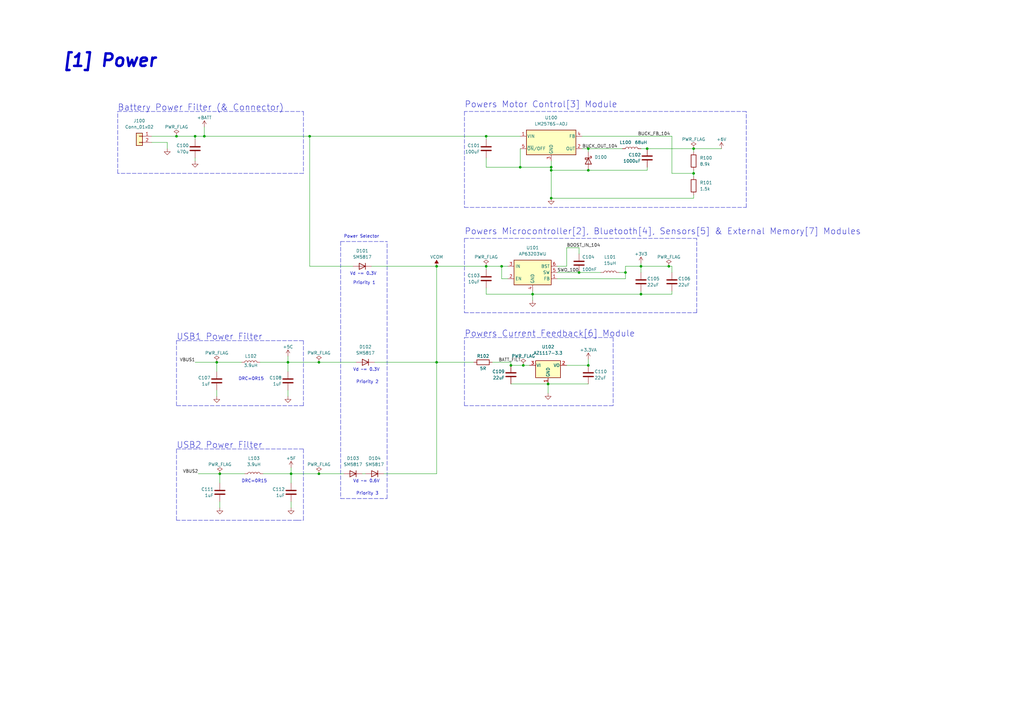
<source format=kicad_sch>
(kicad_sch (version 20211123) (generator eeschema)
  (paper "A3")
  (lib_symbols
    (symbol "AP63203WU_1"
      (property "Reference" "U100" (at 0 10.16 0))
      (property "Value" "AP63203WU_1" (at 0 7.62 0))
      (symbol "AP63203WU_1_0_1"
        (rectangle (start -7.62 5.08) (end 7.62 -5.08) (stroke (width 0.254)) (fill (type background)))
      )
      (symbol "AP63203WU_1_1_1"
        (pin input line (at 10.16 -2.54 180) (length 2.54) (name "FB") (number "1"))
        (pin input line (at -10.16 -2.54 0) (length 2.54) (name "EN") (number "2"))
        (pin power_in line (at -10.16 2.54 0) (length 2.54) (name "IN") (number "3"))
        (pin power_in line (at 0 -7.62 90) (length 2.54) (name "GND") (number "4"))
        (pin output line (at 10.16 0 180) (length 2.54) (name "SW") (number "5"))
        (pin passive line (at 10.16 2.54 180) (length 2.54) (name "BST") (number "6"))
      )
    )
    (symbol "Connector_Generic:Conn_01x02" (pin_names (offset 1.016) hide)
      (property "Reference" "J" (at 0 2.54 0))
      (property "Value" "Conn_01x02" (at 0 -5.08 0))
      (symbol "Conn_01x02_1_1"
        (rectangle (start -1.27 -2.413) (end 0 -2.667) (stroke (width 0.1524)))
        (rectangle (start -1.27 0.127) (end 0 -0.127) (stroke (width 0.1524)))
        (rectangle (start -1.27 1.27) (end 1.27 -3.81) (stroke (width 0.254)) (fill (type background)))
        (pin passive line (at -5.08 0 0) (length 3.81) (name "Pin_1") (number "1"))
        (pin passive line (at -5.08 -2.54 0) (length 3.81) (name "Pin_2") (number "2"))
      )
    )
    (symbol "Device:C" (pin_numbers hide) (pin_names (offset 0.254))
      (property "Reference" "C" (at 0.635 2.54 0))
      (property "Value" "C" (at 0.635 -2.54 0))
      (symbol "C_0_1"
        (polyline (pts (xy -2.032 -0.762) (xy 2.032 -0.762)) (stroke (width 0.508)))
        (polyline (pts (xy -2.032 0.762) (xy 2.032 0.762)) (stroke (width 0.508)))
      )
      (symbol "C_1_1"
        (pin passive line (at 0 3.81 270) (length 2.794) (name "~") (number "1"))
        (pin passive line (at 0 -3.81 90) (length 2.794) (name "~") (number "2"))
      )
    )
    (symbol "Device:L" (pin_numbers hide) (pin_names (offset 1.016) hide)
      (property "Reference" "L" (at -1.27 0 90))
      (property "Value" "L" (at 1.905 0 90))
      (symbol "L_0_1"
        (arc (start 0 -2.54) (mid 0.635 -1.905) (end 0 -1.27))
        (arc (start 0 -1.27) (mid 0.635 -0.635) (end 0 0))
        (arc (start 0 0) (mid 0.635 0.635) (end 0 1.27))
        (arc (start 0 1.27) (mid 0.635 1.905) (end 0 2.54))
      )
      (symbol "L_1_1"
        (pin passive line (at 0 3.81 270) (length 1.27) (name "1") (number "1"))
        (pin passive line (at 0 -3.81 90) (length 1.27) (name "2") (number "2"))
      )
    )
    (symbol "Device:R" (pin_numbers hide) (pin_names (offset 0))
      (property "Reference" "R" (at 2.032 0 90))
      (property "Value" "R" (at 0 0 90))
      (symbol "R_0_1"
        (rectangle (start -1.016 -2.54) (end 1.016 2.54) (stroke (width 0.254)))
      )
      (symbol "R_1_1"
        (pin passive line (at 0 3.81 270) (length 1.27) (name "~") (number "1"))
        (pin passive line (at 0 -3.81 90) (length 1.27) (name "~") (number "2"))
      )
    )
    (symbol "Diode:B340" (pin_numbers hide) (pin_names (offset 1.016) hide)
      (property "Reference" "D" (at 0 2.54 0))
      (property "Value" "B340" (at 0 -2.54 0))
      (symbol "B340_0_1"
        (polyline (pts (xy 1.27 0) (xy -1.27 0)))
        (polyline (pts (xy 1.27 1.27) (xy 1.27 -1.27) (xy -1.27 0) (xy 1.27 1.27)) (stroke (width 0.254)))
        (polyline (pts (xy -1.905 0.635) (xy -1.905 1.27) (xy -1.27 1.27) (xy -1.27 -1.27) (xy -0.635 -1.27) (xy -0.635 -0.635)) (stroke (width 0.254)))
      )
      (symbol "B340_1_1"
        (pin passive line (at -3.81 0 0) (length 2.54) (name "K") (number "1"))
        (pin passive line (at 3.81 0 180) (length 2.54) (name "A") (number "2"))
      )
    )
    (symbol "Diode:SM513" (pin_numbers hide) (pin_names (offset 1.016) hide)
      (property "Reference" "D" (at 0 2.54 0))
      (property "Value" "SM513" (at 0 -2.54 0))
      (symbol "SM513_0_1"
        (polyline (pts (xy -1.27 1.27) (xy -1.27 -1.27)) (stroke (width 0.254)))
        (polyline (pts (xy 1.27 0) (xy -1.27 0)))
        (polyline (pts (xy 1.27 1.27) (xy 1.27 -1.27) (xy -1.27 0) (xy 1.27 1.27)) (stroke (width 0.254)))
      )
      (symbol "SM513_1_1"
        (pin passive line (at -3.81 0 0) (length 2.54) (name "K") (number "1"))
        (pin passive line (at 3.81 0 180) (length 2.54) (name "A") (number "2"))
      )
    )
    (symbol "Regulator_Linear:AZ1117-3.3" (pin_names (offset 0.254))
      (property "Reference" "U" (at -3.81 3.175 0))
      (property "Value" "AZ1117-3.3" (at 0 3.175 0))
      (symbol "AZ1117-3.3_0_1"
        (rectangle (start -5.08 1.905) (end 5.08 -5.08) (stroke (width 0.254)) (fill (type background)))
      )
      (symbol "AZ1117-3.3_1_1"
        (pin power_in line (at 0 -7.62 90) (length 2.54) (name "GND") (number "1"))
        (pin power_out line (at 7.62 0 180) (length 2.54) (name "VO") (number "2"))
        (pin power_in line (at -7.62 0 0) (length 2.54) (name "VI") (number "3"))
      )
    )
    (symbol "Regulator_Switching:LM2576S-ADJ" (pin_names (offset 0.254))
      (property "Reference" "U" (at -10.16 6.35 0))
      (property "Value" "LM2576S-ADJ" (at 0 6.35 0))
      (symbol "LM2576S-ADJ_0_1"
        (rectangle (start -10.16 5.08) (end 10.16 -5.08) (stroke (width 0.254)) (fill (type background)))
      )
      (symbol "LM2576S-ADJ_1_1"
        (pin power_in line (at -12.7 2.54 0) (length 2.54) (name "VIN") (number "1"))
        (pin output line (at 12.7 -2.54 180) (length 2.54) (name "OUT") (number "2"))
        (pin power_in line (at 0 -7.62 90) (length 2.54) (name "GND") (number "3"))
        (pin input line (at 12.7 2.54 180) (length 2.54) (name "FB") (number "4"))
        (pin input line (at -12.7 -2.54 0) (length 2.54) (name "~{ON}/OFF") (number "5"))
      )
    )
    (symbol "power:+3.3V" (power) (pin_names (offset 0))
      (property "Value" "+3.3V" (at 0 3.556 0))
      (symbol "+3.3V_0_1"
        (polyline (pts (xy -0.762 1.27) (xy 0 2.54)))
        (polyline (pts (xy 0 0) (xy 0 2.54)))
        (polyline (pts (xy 0 2.54) (xy 0.762 1.27)))
      )
      (symbol "+3.3V_1_1"
        (pin power_in line (at 0 0 90) (length 0) hide (name "+3V3") (number "1"))
      )
    )
    (symbol "power:+3.3VA" (power) (pin_names (offset 0))
      (property "Value" "+3.3VA" (at 0 3.556 0))
      (symbol "+3.3VA_0_1"
        (polyline (pts (xy -0.762 1.27) (xy 0 2.54)))
        (polyline (pts (xy 0 0) (xy 0 2.54)))
        (polyline (pts (xy 0 2.54) (xy 0.762 1.27)))
      )
      (symbol "+3.3VA_1_1"
        (pin power_in line (at 0 0 90) (length 0) hide (name "+3.3VA") (number "1"))
      )
    )
    (symbol "power:+5C" (power) (pin_names (offset 0))
      (property "Value" "+5C" (at 0 3.556 0))
      (symbol "+5C_0_1"
        (polyline (pts (xy -0.762 1.27) (xy 0 2.54)))
        (polyline (pts (xy 0 0) (xy 0 2.54)))
        (polyline (pts (xy 0 2.54) (xy 0.762 1.27)))
      )
      (symbol "+5C_1_1"
        (pin power_in line (at 0 0 90) (length 0) hide (name "+5C") (number "1"))
      )
    )
    (symbol "power:+5F" (power) (pin_names (offset 0))
      (property "Value" "+5F" (at 0 3.556 0))
      (symbol "+5F_0_1"
        (polyline (pts (xy -0.762 1.27) (xy 0 2.54)))
        (polyline (pts (xy 0 0) (xy 0 2.54)))
        (polyline (pts (xy 0 2.54) (xy 0.762 1.27)))
      )
      (symbol "+5F_1_1"
        (pin power_in line (at 0 0 90) (length 0) hide (name "+5F") (number "1"))
      )
    )
    (symbol "power:+6V" (power) (pin_names (offset 0))
      (property "Value" "+6V" (at 0 3.556 0))
      (symbol "+6V_0_1"
        (polyline (pts (xy -0.762 1.27) (xy 0 2.54)))
        (polyline (pts (xy 0 0) (xy 0 2.54)))
        (polyline (pts (xy 0 2.54) (xy 0.762 1.27)))
      )
      (symbol "+6V_1_1"
        (pin power_in line (at 0 0 90) (length 0) hide (name "+6V") (number "1"))
      )
    )
    (symbol "power:+BATT" (power) (pin_names (offset 0))
      (property "Value" "+BATT" (at 0 3.556 0))
      (symbol "+BATT_0_1"
        (polyline (pts (xy -0.762 1.27) (xy 0 2.54)))
        (polyline (pts (xy 0 0) (xy 0 2.54)))
        (polyline (pts (xy 0 2.54) (xy 0.762 1.27)))
      )
      (symbol "+BATT_1_1"
        (pin power_in line (at 0 0 90) (length 0) hide (name "+BATT") (number "1"))
      )
    )
    (symbol "power:GND" (power) (pin_names (offset 0))
      (property "Value" "GND" (at 0 -3.81 0))
      (symbol "GND_0_1"
        (polyline (pts (xy 0 0) (xy 0 -1.27) (xy 1.27 -1.27) (xy 0 -2.54) (xy -1.27 -1.27) (xy 0 -1.27)))
      )
      (symbol "GND_1_1"
        (pin power_in line (at 0 0 270) (length 0) hide (name "GND") (number "1"))
      )
    )
    (symbol "power:PWR_FLAG" (power) (pin_numbers hide) (pin_names (offset 0) hide)
      (property "Value" "PWR_FLAG" (at 0 3.81 0))
      (symbol "PWR_FLAG_0_0"
        (pin power_out line (at 0 0 90) (length 0) (name "pwr") (number "1"))
      )
      (symbol "PWR_FLAG_0_1"
        (polyline (pts (xy 0 0) (xy 0 1.27) (xy -1.016 1.905) (xy 0 2.54) (xy 1.016 1.905) (xy 0 1.27)))
      )
    )
    (symbol "power:VCOM" (power) (pin_names (offset 0))
      (property "Value" "VCOM" (at 0 3.81 0))
      (symbol "VCOM_0_1"
        (polyline (pts (xy 0 0) (xy 0 2.54)))
        (polyline (pts (xy 0.762 1.27) (xy -0.762 1.27) (xy 0 2.54) (xy 0.762 1.27)) (fill (type outline)))
      )
      (symbol "VCOM_1_1"
        (pin power_in line (at 0 0 90) (length 0) hide (name "VCOM") (number "1"))
      )
    )
  )
  (junction (at 130.81 194.31))
  (junction (at 83.82 55.88))
  (junction (at 205.74 109.22))
  (junction (at 241.3 69.85))
  (junction (at 284.48 71.12))
  (junction (at 256.54 111.76))
  (junction (at 226.06 81.28))
  (junction (at 179.07 109.22))
  (junction (at 218.44 120.65))
  (junction (at 80.01 55.88))
  (junction (at 284.48 60.96))
  (junction (at 262.89 120.65))
  (junction (at 241.3 149.86))
  (junction (at 127 55.88))
  (junction (at 241.3 60.96))
  (junction (at 119.38 194.31))
  (junction (at 118.11 148.59))
  (junction (at 130.81 148.59))
  (junction (at 179.07 148.59))
  (junction (at 88.9 148.59))
  (junction (at 265.43 60.96))
  (junction (at 199.39 109.22))
  (junction (at 199.39 55.88))
  (junction (at 226.06 68.58))
  (junction (at 262.89 109.22))
  (junction (at 237.49 111.76))
  (junction (at 209.55 149.86))
  (junction (at 224.79 157.48))
  (junction (at 213.36 68.58))
  (junction (at 226.06 69.85))
  (junction (at 72.39 55.88))
  (junction (at 274.32 109.22))
  (junction (at 90.17 194.31))
  (junction (at 214.63 149.86))
  (wire (pts (xy 241.3 147.32) (xy 241.3 149.86)))
  (wire (pts (xy 199.39 120.65) (xy 218.44 120.65)))
  (wire (pts (xy 237.49 104.14) (xy 237.49 101.6)))
  (wire (pts (xy 199.39 109.22) (xy 199.39 110.49)))
  (polyline (pts (xy 139.7 99.06) (xy 158.75 99.06)))
  (wire (pts (xy 262.89 120.65) (xy 275.59 120.65)))
  (wire (pts (xy 284.48 62.23) (xy 284.48 60.96)))
  (wire (pts (xy 254 111.76) (xy 256.54 111.76)))
  (polyline (pts (xy 190.5 97.79) (xy 190.5 128.27)))
  (wire (pts (xy 83.82 52.07) (xy 83.82 55.88)))
  (wire (pts (xy 208.28 109.22) (xy 205.74 109.22)))
  (wire (pts (xy 149.86 194.31) (xy 148.59 194.31)))
  (wire (pts (xy 179.07 148.59) (xy 194.31 148.59)))
  (wire (pts (xy 213.36 68.58) (xy 226.06 68.58)))
  (wire (pts (xy 213.36 60.96) (xy 213.36 68.58)))
  (polyline (pts (xy 124.46 45.72) (xy 124.46 71.12)))
  (wire (pts (xy 88.9 148.59) (xy 88.9 152.4)))
  (wire (pts (xy 72.39 55.88) (xy 80.01 55.88)))
  (wire (pts (xy 127 55.88) (xy 199.39 55.88)))
  (wire (pts (xy 237.49 101.6) (xy 232.41 101.6)))
  (polyline (pts (xy 139.7 204.47) (xy 158.75 204.47)))
  (polyline (pts (xy 190.5 97.79) (xy 285.75 97.79)))
  (polyline (pts (xy 251.46 166.37) (xy 190.5 166.37)))
  (wire (pts (xy 226.06 69.85) (xy 226.06 81.28)))
  (polyline (pts (xy 124.46 71.12) (xy 48.26 71.12)))
  (wire (pts (xy 119.38 194.31) (xy 130.81 194.31)))
  (wire (pts (xy 256.54 109.22) (xy 262.89 109.22)))
  (wire (pts (xy 144.78 109.22) (xy 127 109.22)))
  (polyline (pts (xy 139.7 99.06) (xy 139.7 204.47)))
  (wire (pts (xy 119.38 191.77) (xy 119.38 194.31)))
  (polyline (pts (xy 158.75 204.47) (xy 158.75 99.06)))
  (polyline (pts (xy 121.92 213.36) (xy 124.46 213.36)))
  (wire (pts (xy 199.39 64.77) (xy 199.39 68.58)))
  (wire (pts (xy 262.89 109.22) (xy 274.32 109.22)))
  (wire (pts (xy 205.74 109.22) (xy 205.74 114.3)))
  (wire (pts (xy 262.89 109.22) (xy 262.89 111.76)))
  (wire (pts (xy 118.11 148.59) (xy 118.11 152.4)))
  (wire (pts (xy 130.81 194.31) (xy 140.97 194.31)))
  (wire (pts (xy 118.11 148.59) (xy 130.81 148.59)))
  (wire (pts (xy 275.59 71.12) (xy 284.48 71.12)))
  (wire (pts (xy 130.81 148.59) (xy 146.05 148.59)))
  (wire (pts (xy 209.55 157.48) (xy 224.79 157.48)))
  (wire (pts (xy 228.6 111.76) (xy 237.49 111.76)))
  (wire (pts (xy 262.89 60.96) (xy 265.43 60.96)))
  (wire (pts (xy 232.41 149.86) (xy 241.3 149.86)))
  (wire (pts (xy 199.39 55.88) (xy 199.39 57.15)))
  (polyline (pts (xy 72.39 184.15) (xy 124.46 184.15)))
  (polyline (pts (xy 306.07 45.72) (xy 190.5 45.72)))
  (polyline (pts (xy 72.39 213.36) (xy 72.39 184.15)))
  (wire (pts (xy 99.06 148.59) (xy 88.9 148.59)))
  (wire (pts (xy 226.06 66.04) (xy 226.06 68.58)))
  (wire (pts (xy 265.43 60.96) (xy 284.48 60.96)))
  (wire (pts (xy 214.63 149.86) (xy 217.17 149.86)))
  (wire (pts (xy 152.4 109.22) (xy 179.07 109.22)))
  (polyline (pts (xy 190.5 166.37) (xy 190.5 138.43)))
  (wire (pts (xy 209.55 149.86) (xy 214.63 149.86)))
  (wire (pts (xy 119.38 194.31) (xy 119.38 198.12)))
  (wire (pts (xy 265.43 68.58) (xy 265.43 69.85)))
  (wire (pts (xy 224.79 157.48) (xy 241.3 157.48)))
  (wire (pts (xy 179.07 148.59) (xy 179.07 194.31)))
  (wire (pts (xy 275.59 55.88) (xy 275.59 71.12)))
  (wire (pts (xy 284.48 69.85) (xy 284.48 71.12)))
  (wire (pts (xy 205.74 109.22) (xy 199.39 109.22)))
  (wire (pts (xy 68.58 58.42) (xy 68.58 60.96)))
  (wire (pts (xy 90.17 194.31) (xy 90.17 198.12)))
  (wire (pts (xy 226.06 68.58) (xy 226.06 69.85)))
  (polyline (pts (xy 48.26 71.12) (xy 48.26 45.72)))
  (wire (pts (xy 284.48 60.96) (xy 295.91 60.96)))
  (wire (pts (xy 83.82 55.88) (xy 80.01 55.88)))
  (polyline (pts (xy 121.92 213.36) (xy 72.39 213.36)))
  (wire (pts (xy 80.01 64.77) (xy 80.01 66.04)))
  (wire (pts (xy 201.93 148.59) (xy 209.55 148.59)))
  (wire (pts (xy 62.23 55.88) (xy 72.39 55.88)))
  (wire (pts (xy 228.6 109.22) (xy 232.41 109.22)))
  (polyline (pts (xy 306.07 85.09) (xy 306.07 45.72)))
  (wire (pts (xy 119.38 205.74) (xy 119.38 208.28)))
  (wire (pts (xy 241.3 60.96) (xy 255.27 60.96)))
  (polyline (pts (xy 72.39 139.7) (xy 124.46 139.7)))
  (wire (pts (xy 157.48 194.31) (xy 179.07 194.31)))
  (wire (pts (xy 106.68 148.59) (xy 118.11 148.59)))
  (wire (pts (xy 218.44 120.65) (xy 262.89 120.65)))
  (wire (pts (xy 90.17 205.74) (xy 90.17 208.28)))
  (polyline (pts (xy 124.46 166.37) (xy 72.39 166.37)))
  (polyline (pts (xy 251.46 138.43) (xy 251.46 166.37)))
  (wire (pts (xy 237.49 111.76) (xy 246.38 111.76)))
  (polyline (pts (xy 190.5 138.43) (xy 251.46 138.43)))
  (polyline (pts (xy 190.5 45.72) (xy 190.5 85.09)))
  (wire (pts (xy 241.3 60.96) (xy 241.3 62.23)))
  (wire (pts (xy 199.39 68.58) (xy 213.36 68.58)))
  (wire (pts (xy 218.44 120.65) (xy 218.44 123.19)))
  (wire (pts (xy 80.01 148.59) (xy 88.9 148.59)))
  (wire (pts (xy 284.48 71.12) (xy 284.48 72.39)))
  (polyline (pts (xy 190.5 85.09) (xy 306.07 85.09)))
  (wire (pts (xy 208.28 114.3) (xy 205.74 114.3)))
  (wire (pts (xy 118.11 146.05) (xy 118.11 148.59)))
  (wire (pts (xy 238.76 60.96) (xy 241.3 60.96)))
  (wire (pts (xy 199.39 118.11) (xy 199.39 120.65)))
  (wire (pts (xy 226.06 69.85) (xy 241.3 69.85)))
  (wire (pts (xy 226.06 81.28) (xy 284.48 81.28)))
  (wire (pts (xy 153.67 148.59) (xy 179.07 148.59)))
  (wire (pts (xy 62.23 58.42) (xy 68.58 58.42)))
  (wire (pts (xy 262.89 107.95) (xy 262.89 109.22)))
  (wire (pts (xy 274.32 109.22) (xy 275.59 109.22)))
  (wire (pts (xy 209.55 149.86) (xy 209.55 148.59)))
  (wire (pts (xy 284.48 80.01) (xy 284.48 81.28)))
  (wire (pts (xy 88.9 160.02) (xy 88.9 162.56)))
  (wire (pts (xy 83.82 55.88) (xy 127 55.88)))
  (wire (pts (xy 179.07 109.22) (xy 199.39 109.22)))
  (wire (pts (xy 228.6 114.3) (xy 256.54 114.3)))
  (wire (pts (xy 179.07 109.22) (xy 179.07 148.59)))
  (wire (pts (xy 100.33 194.31) (xy 90.17 194.31)))
  (wire (pts (xy 262.89 119.38) (xy 262.89 120.65)))
  (wire (pts (xy 107.95 194.31) (xy 119.38 194.31)))
  (wire (pts (xy 118.11 160.02) (xy 118.11 162.56)))
  (wire (pts (xy 232.41 101.6) (xy 232.41 109.22)))
  (wire (pts (xy 81.28 194.31) (xy 90.17 194.31)))
  (wire (pts (xy 80.01 55.88) (xy 80.01 57.15)))
  (polyline (pts (xy 48.26 45.72) (xy 124.46 45.72)))
  (wire (pts (xy 256.54 109.22) (xy 256.54 111.76)))
  (polyline (pts (xy 285.75 128.27) (xy 285.75 97.79)))
  (wire (pts (xy 238.76 55.88) (xy 275.59 55.88)))
  (wire (pts (xy 218.44 119.38) (xy 218.44 120.65)))
  (wire (pts (xy 224.79 157.48) (xy 224.79 161.29)))
  (wire (pts (xy 241.3 69.85) (xy 265.43 69.85)))
  (polyline (pts (xy 124.46 184.15) (xy 124.46 213.36)))
  (wire (pts (xy 213.36 55.88) (xy 199.39 55.88)))
  (polyline (pts (xy 124.46 139.7) (xy 124.46 166.37)))
  (wire (pts (xy 275.59 111.76) (xy 275.59 109.22)))
  (polyline (pts (xy 190.5 128.27) (xy 285.75 128.27)))
  (polyline (pts (xy 72.39 166.37) (xy 72.39 139.7)))
  (wire (pts (xy 127 109.22) (xy 127 55.88)))
  (wire (pts (xy 275.59 119.38) (xy 275.59 120.65)))
  (wire (pts (xy 256.54 111.76) (xy 256.54 114.3)))
  (text "Battery Power Filter (& Connector)" (at 48.26 45.72 0) (effects (font (size 2.54 2.54)) (justify left bottom)))
  (text "Priority 3" (at 146.05 203.2 0) (effects (font (size 1.27 1.27)) (justify left bottom)))
  (text "Powers Microcontroller[2], Bluetooth[4], Sensors[5] & External Memory[7] Modules" (at 190.5 96.52 0) (effects (font (size 2.54 2.54)) (justify left bottom)))
  (text "Power Selector" (at 140.97 97.79 0) (effects (font (size 1.27 1.27)) (justify left bottom)))
  (text "Vd ~= 0.6V" (at 144.78 198.12 0) (effects (font (size 1.27 1.27)) (justify left bottom)))
  (text "Powers Current Feedback[6] Module " (at 190.5 138.43 0) (effects (font (size 2.54 2.54)) (justify left bottom)))
  (text "DRC=0R15" (at 99.06 198.12 0) (effects (font (size 1.27 1.27)) (justify left bottom)))
  (text "Vd ~= 0.3V" (at 144.78 152.4 0) (effects (font (size 1.27 1.27)) (justify left bottom)))
  (text "Powers Motor Control[3] Module" (at 190.5 44.45 0) (effects (font (size 2.54 2.54)) (justify left bottom)))
  (text "Vd ~= 0.3V" (at 143.51 113.03 0) (effects (font (size 1.27 1.27)) (justify left bottom)))
  (text "USB2 Power Filter" (at 72.39 184.15 0) (effects (font (size 2.54 2.54)) (justify left bottom)))
  (text "USB1 Power Filter" (at 72.39 139.7 0) (effects (font (size 2.54 2.54)) (justify left bottom)))
  (text "Priority 2" (at 146.05 157.48 0) (effects (font (size 1.27 1.27)) (justify left bottom)))
  (text "Priority 1" (at 144.78 116.84 0) (effects (font (size 1.27 1.27)) (justify left bottom)))
  (text "DRC=0R15" (at 97.79 156.21 0) (effects (font (size 1.27 1.27)) (justify left bottom)))
  (text "[1] Power" (at 25.4 27.94 0) (effects (font (size 5.08 5.08) (thickness 1.016) bold italic) (justify left bottom)))
  (label "BUCK_FB_104" (at 261.62 55.88 0))
  (label "BOOST_IN_104" (at 232.41 101.6 0))
  (label "BUCK_OUT_104" (at 238.76 60.96 0))
  (label "SWO_100" (at 228.6 111.76 0))
  (label "VBUS2" (at 81.28 194.31 180))
  (label "VBUS1" (at 80.01 148.59 180))
  (label "BATT_FILT" (at 204.47 148.59 0))
  (symbol (lib_id "power:PWR_FLAG") (at 88.9 148.59 0) (unit 1)
    (property "Reference" "#FLG02" (effects hide))
    (property "Value" "PWR_FLAG" (at 88.9 144.78 0))
  )
  (symbol (lib_id "Device:C") (at 90.17 201.93 0) (mirror y) (unit 1)
    (property "Reference" "C111" (at 87.63 200.66 0) (effects (justify left)))
    (property "Value" "1uF" (at 87.63 203.2 0) (effects (justify left)))
    (property "Footprint" "Capacitor_SMD:C_0603_1608Metric" (effects hide))
  )
  (symbol (lib_id "Device:L") (at 259.08 60.96 90) (unit 1)
    (property "Reference" "L100" (at 256.54 58.42 90))
    (property "Value" "68uH" (at 262.89 58.42 90))
    (property "Footprint" "Inductor_SMD:L_12x12mm_H6mm" (effects hide))
  )
  (symbol (lib_id "Device:C") (at 209.55 153.67 0) (mirror y) (unit 1)
    (property "Reference" "C109" (at 207.01 152.4 0) (effects (justify left)))
    (property "Value" "22uF" (at 207.01 154.94 0) (effects (justify left)))
    (property "Footprint" "Capacitor_SMD:C_0603_1608Metric" (effects hide))
  )
  (symbol (lib_id "power:+5C") (at 118.11 146.05 0) (unit 1)
    (property "Reference" "#PWR0111" (effects hide))
    (property "Value" "+5C" (at 118.11 142.24 0))
  )
  (symbol (lib_id "power:PWR_FLAG") (at 214.63 149.86 0) (unit 1)
    (property "Reference" "#FLG06" (effects hide))
    (property "Value" "PWR_FLAG" (at 214.63 146.05 0))
  )
  (symbol (lib_id "power:GND") (at 119.38 208.28 0) (unit 1)
    (property "Reference" "#PWR0118" (effects hide))
    (property "Value" "GND" (effects hide))
  )
  (symbol (lib_id "Device:C") (at 88.9 156.21 0) (mirror y) (unit 1)
    (property "Reference" "C107" (at 86.36 154.94 0) (effects (justify left)))
    (property "Value" "1uF" (at 86.36 157.48 0) (effects (justify left)))
    (property "Footprint" "Capacitor_SMD:C_0603_1608Metric" (effects hide))
  )
  (symbol (lib_name "AP63203WU_1") (lib_id "Regulator_Switching:AP63203WU") (at 218.44 111.76 0) (unit 1)
    (property "Reference" "U101" (at 218.44 101.6 0))
    (property "Value" "AP63203WU" (at 218.44 104.14 0))
    (property "Footprint" "Package_TO_SOT_SMD:TSOT-23-6" (effects hide))
    (property "Datasheet" "https://www.diodes.com/assets/Datasheets/AP63200-AP63201-AP63203-AP63205.pdf" (effects hide))
  )
  (symbol (lib_id "Device:C") (at 199.39 60.96 0) (mirror y) (unit 1)
    (property "Reference" "C101" (at 196.85 59.69 0) (effects (justify left)))
    (property "Value" "100uF" (at 196.85 62.23 0) (effects (justify left)))
    (property "Footprint" "Capacitor_THT:CP_Radial_D5.0mm_P2.50mm" (effects hide))
  )
  (symbol (lib_id "Device:C") (at 199.39 114.3 0) (mirror y) (unit 1)
    (property "Reference" "C103" (at 196.85 113.03 0) (effects (justify left)))
    (property "Value" "10uF" (at 196.85 115.57 0) (effects (justify left)))
    (property "Footprint" "Capacitor_SMD:C_0603_1608Metric" (effects hide))
  )
  (symbol (lib_id "power:+BATT") (at 83.82 52.07 0) (unit 1)
    (property "Reference" "#PWR0113" (effects hide))
    (property "Value" "+BATT" (at 83.82 48.26 0))
  )
  (symbol (lib_id "power:VCOM") (at 179.07 109.22 0) (unit 1)
    (property "Reference" "#PWR0110" (effects hide))
    (property "Value" "VCOM" (at 179.07 105.41 0))
  )
  (symbol (lib_id "Diode:SM513") (at 153.67 194.31 180) (unit 1)
    (property "Reference" "D104" (at 153.67 187.96 0))
    (property "Value" "SM5817" (at 153.67 190.5 0))
    (property "Footprint" "Schottky_Diode:SODFL3719X135N" (effects hide))
    (property "Datasheet" "http://cdn-reichelt.de/documents/datenblatt/A400/SMD1N400%23DIO.pdf" (effects hide))
  )
  (symbol (lib_id "power:GND") (at 80.01 66.04 0) (unit 1)
    (property "Reference" "#PWR0114" (effects hide))
    (property "Value" "GND" (effects hide))
  )
  (symbol (lib_id "power:+3.3VA") (at 241.3 147.32 0) (unit 1)
    (property "Reference" "#PWR0105" (effects hide))
    (property "Value" "+3.3VA" (at 241.3 143.51 0))
  )
  (symbol (lib_id "power:PWR_FLAG") (at 72.39 55.88 0) (unit 1)
    (property "Reference" "#FLG01" (effects hide))
    (property "Value" "PWR_FLAG" (at 72.39 52.07 0))
  )
  (symbol (lib_id "power:+5F") (at 119.38 191.77 0) (unit 1)
    (property "Reference" "#PWR0109" (effects hide))
    (property "Value" "+5F" (at 119.38 187.96 0))
  )
  (symbol (lib_id "power:PWR_FLAG") (at 130.81 194.31 0) (unit 1)
    (property "Reference" "#FLG011" (effects hide))
    (property "Value" "PWR_FLAG" (at 130.81 190.5 0))
  )
  (symbol (lib_id "Device:L") (at 102.87 148.59 90) (unit 1)
    (property "Reference" "L102" (at 102.87 146.05 90))
    (property "Value" "3.9uH" (at 102.87 149.86 90))
    (property "Footprint" "Inductor_SMD:L_0402_1005Metric" (effects hide))
  )
  (symbol (lib_id "power:GND") (at 90.17 208.28 0) (unit 1)
    (property "Reference" "#PWR0115" (effects hide))
    (property "Value" "GND" (effects hide))
  )
  (symbol (lib_id "Device:R") (at 284.48 66.04 180) (unit 1)
    (property "Reference" "R100" (at 287.02 64.7699 0) (effects (justify right)))
    (property "Value" "8.9k" (at 287.02 67.3099 0) (effects (justify right)))
    (property "Footprint" "Resistor_SMD:R_0603_1608Metric" (effects hide))
  )
  (symbol (lib_id "power:GND") (at 88.9 162.56 0) (unit 1)
    (property "Reference" "#PWR0117" (effects hide))
    (property "Value" "GND" (effects hide))
  )
  (symbol (lib_id "Diode:SM513") (at 144.78 194.31 180) (unit 1)
    (property "Reference" "D103" (at 144.78 187.96 0))
    (property "Value" "SM5817" (at 144.78 190.5 0))
    (property "Footprint" "Schottky_Diode:SODFL3719X135N" (effects hide))
    (property "Datasheet" "http://cdn-reichelt.de/documents/datenblatt/A400/SMD1N400%23DIO.pdf" (effects hide))
  )
  (symbol (lib_id "Device:C") (at 265.43 64.77 0) (mirror y) (unit 1)
    (property "Reference" "C102" (at 262.89 63.5 0) (effects (justify left)))
    (property "Value" "1000uF" (at 262.89 66.04 0) (effects (justify left)))
    (property "Footprint" "Capacitor_THT:CP_Radial_D5.0mm_P2.50mm" (effects hide))
  )
  (symbol (lib_id "power:GND") (at 118.11 162.56 0) (unit 1)
    (property "Reference" "#PWR0116" (effects hide))
    (property "Value" "GND" (effects hide))
  )
  (symbol (lib_id "Connector_Generic:Conn_01x02") (at 57.15 55.88 0) (mirror y) (unit 1)
    (property "Reference" "J100" (at 57.15 49.53 0))
    (property "Value" "Conn_01x02" (at 57.15 52.07 0))
    (property "Footprint" "Connector_Wire:SolderWire-2sqmm_1x02_P7.8mm_D2mm_OD3.9mm" (effects hide))
  )
  (symbol (lib_id "power:GND") (at 226.06 81.28 0) (unit 1)
    (property "Reference" "#PWR01" (effects hide))
    (property "Value" "GND" (effects hide))
  )
  (symbol (lib_id "Device:C") (at 241.3 153.67 0) (unit 1)
    (property "Reference" "C110" (at 243.84 152.4 0) (effects (justify left)))
    (property "Value" "22uF" (at 243.84 154.94 0) (effects (justify left)))
    (property "Footprint" "Capacitor_SMD:C_0603_1608Metric" (effects hide))
  )
  (symbol (lib_id "Regulator_Linear:AZ1117-3.3") (at 224.79 149.86 0) (unit 1)
    (property "Reference" "U102" (at 224.79 142.24 0))
    (property "Value" "AZ1117-3.3" (at 224.79 144.78 0))
    (property "Footprint" "Package_TO_SOT_SMD:TO-252-2" (effects hide))
    (property "Datasheet" "https://www.diodes.com/assets/Datasheets/AZ1117.pdf" (effects hide))
  )
  (symbol (lib_id "Device:L") (at 104.14 194.31 90) (unit 1)
    (property "Reference" "L103" (at 104.14 187.96 90))
    (property "Value" "3.9uH" (at 104.14 190.5 90))
    (property "Footprint" "Inductor_SMD:L_0402_1005Metric" (effects hide))
  )
  (symbol (lib_id "power:+3.3V") (at 262.89 107.95 0) (unit 1)
    (property "Reference" "#PWR0108" (effects hide))
    (property "Value" "+3.3V" (at 262.89 104.14 0))
  )
  (symbol (lib_id "Device:L") (at 250.19 111.76 90) (unit 1)
    (property "Reference" "L101" (at 250.19 105.41 90))
    (property "Value" "15uH" (at 250.19 107.95 90))
    (property "Footprint" "Inductor_SMD:L_0603_1608Metric" (effects hide))
  )
  (symbol (lib_id "Diode:SM513") (at 148.59 109.22 180) (unit 1)
    (property "Reference" "D101" (at 148.59 102.87 0))
    (property "Value" "SM5817" (at 148.59 105.41 0))
    (property "Footprint" "Schottky_Diode:SODFL3719X135N" (effects hide))
    (property "Datasheet" "http://cdn-reichelt.de/documents/datenblatt/A400/SMD1N400%23DIO.pdf" (effects hide))
  )
  (symbol (lib_id "Device:C") (at 275.59 115.57 0) (unit 1)
    (property "Reference" "C106" (at 278.13 114.3 0) (effects (justify left)))
    (property "Value" "22uF" (at 278.13 116.84 0) (effects (justify left)))
    (property "Footprint" "Capacitor_SMD:C_0603_1608Metric" (effects hide))
  )
  (symbol (lib_id "Device:C") (at 118.11 156.21 0) (mirror y) (unit 1)
    (property "Reference" "C108" (at 115.57 154.94 0) (effects (justify left)))
    (property "Value" "1uF" (at 115.57 157.48 0) (effects (justify left)))
    (property "Footprint" "Capacitor_SMD:C_0603_1608Metric" (effects hide))
  )
  (symbol (lib_id "power:PWR_FLAG") (at 284.48 60.96 0) (unit 1)
    (property "Reference" "#FLG04" (effects hide))
    (property "Value" "PWR_FLAG" (at 284.48 57.15 0))
  )
  (symbol (lib_id "Diode:B340") (at 241.3 66.04 270) (unit 1)
    (property "Reference" "D100" (at 243.84 64.4524 90) (effects (justify left)))
    (property "Datasheet" "http://www.jameco.com/Jameco/Products/ProdDS/1538777.pdf" (effects hide))
  )
  (symbol (lib_id "power:PWR_FLAG") (at 199.39 109.22 0) (unit 1)
    (property "Reference" "#FLG05" (effects hide))
    (property "Value" "PWR_FLAG" (at 199.39 105.41 0))
  )
  (symbol (lib_id "power:GND") (at 68.58 60.96 0) (unit 1)
    (property "Reference" "#PWR0112" (effects hide))
    (property "Value" "GND" (effects hide))
  )
  (symbol (lib_id "Device:R") (at 198.12 148.59 90) (unit 1)
    (property "Reference" "R102" (at 198.12 146.05 90))
    (property "Value" "5R" (at 198.12 151.13 90))
    (property "Footprint" "Resistor_SMD:R_0603_1608Metric" (effects hide))
  )
  (symbol (lib_id "power:PWR_FLAG") (at 130.81 148.59 0) (unit 1)
    (property "Reference" "#FLG010" (effects hide))
    (property "Value" "PWR_FLAG" (at 130.81 144.78 0))
  )
  (symbol (lib_id "Regulator_Switching:LM2576S-ADJ") (at 226.06 58.42 0) (unit 1)
    (property "Reference" "U100" (at 226.06 48.26 0))
    (property "Value" "LM2576S-ADJ" (at 226.06 50.8 0))
    (property "Footprint" "Package_TO_SOT_SMD:TO-263-5_TabPin3" (effects hide))
    (property "Datasheet" "http://www.ti.com/lit/ds/symlink/lm2576.pdf" (effects hide))
  )
  (symbol (lib_id "Device:R") (at 284.48 76.2 180) (unit 1)
    (property "Reference" "R101" (at 287.02 74.9299 0) (effects (justify right)))
    (property "Value" "1.5k" (at 287.02 77.4699 0) (effects (justify right)))
    (property "Footprint" "Resistor_SMD:R_0603_1608Metric" (effects hide))
  )
  (symbol (lib_id "Device:C") (at 262.89 115.57 0) (unit 1)
    (property "Reference" "C105" (at 265.43 114.3 0) (effects (justify left)))
    (property "Value" "22uF" (at 265.43 116.84 0) (effects (justify left)))
    (property "Footprint" "Capacitor_SMD:C_0603_1608Metric" (effects hide))
  )
  (symbol (lib_id "Device:C") (at 237.49 107.95 0) (unit 1)
    (property "Reference" "C104" (at 238.76 105.41 0) (effects (justify left)))
    (property "Value" "100nF" (at 238.76 110.49 0) (effects (justify left)))
    (property "Footprint" "Capacitor_SMD:C_0603_1608Metric" (effects hide))
  )
  (symbol (lib_id "power:+6V") (at 295.91 60.96 0) (unit 1)
    (property "Reference" "#PWR02" (effects hide))
    (property "Value" "+6V" (at 295.91 57.15 0))
  )
  (symbol (lib_id "Device:C") (at 80.01 60.96 0) (mirror y) (unit 1)
    (property "Reference" "C100" (at 77.47 59.69 0) (effects (justify left)))
    (property "Value" "470u" (at 77.47 62.23 0) (effects (justify left)))
    (property "Footprint" "Capacitor_THT:CP_Radial_D5.0mm_P2.50mm" (effects hide))
  )
  (symbol (lib_id "power:PWR_FLAG") (at 274.32 109.22 0) (unit 1)
    (property "Reference" "#FLG08" (effects hide))
    (property "Value" "PWR_FLAG" (at 274.32 105.41 0))
  )
  (symbol (lib_id "power:GND") (at 218.44 123.19 0) (unit 1)
    (property "Reference" "#PWR0107" (effects hide))
    (property "Value" "GND" (effects hide))
  )
  (symbol (lib_id "Device:C") (at 119.38 201.93 0) (mirror y) (unit 1)
    (property "Reference" "C112" (at 116.84 200.66 0) (effects (justify left)))
    (property "Value" "1uF" (at 116.84 203.2 0) (effects (justify left)))
    (property "Footprint" "Capacitor_SMD:C_0603_1608Metric" (effects hide))
  )
  (symbol (lib_id "Diode:SM513") (at 149.86 148.59 180) (unit 1)
    (property "Reference" "D102" (at 149.86 142.24 0))
    (property "Value" "SM5817" (at 149.86 144.78 0))
    (property "Footprint" "Schottky_Diode:SODFL3719X135N" (effects hide))
    (property "Datasheet" "http://cdn-reichelt.de/documents/datenblatt/A400/SMD1N400%23DIO.pdf" (effects hide))
  )
  (symbol (lib_id "power:PWR_FLAG") (at 90.17 194.31 0) (unit 1)
    (property "Reference" "#FLG03" (effects hide))
    (property "Value" "PWR_FLAG" (at 90.17 190.5 0))
  )
  (symbol (lib_id "power:GND") (at 224.79 161.29 0) (unit 1)
    (property "Reference" "#PWR0106" (effects hide))
    (property "Value" "GND" (effects hide))
  )
)
</source>
